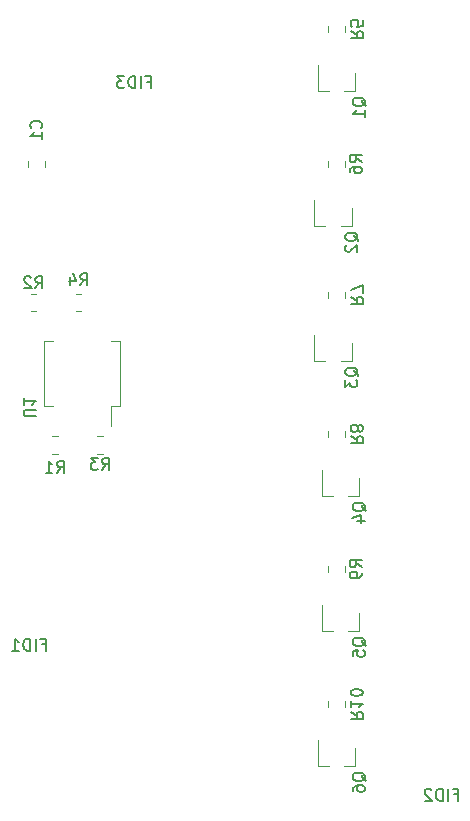
<source format=gbr>
%TF.GenerationSoftware,KiCad,Pcbnew,(5.1.10)-1*%
%TF.CreationDate,2021-08-17T16:01:40+03:00*%
%TF.ProjectId,Lamls_Type3,4c616d6c-735f-4547-9970-65332e6b6963,rev?*%
%TF.SameCoordinates,Original*%
%TF.FileFunction,Legend,Bot*%
%TF.FilePolarity,Positive*%
%FSLAX46Y46*%
G04 Gerber Fmt 4.6, Leading zero omitted, Abs format (unit mm)*
G04 Created by KiCad (PCBNEW (5.1.10)-1) date 2021-08-17 16:01:40*
%MOMM*%
%LPD*%
G01*
G04 APERTURE LIST*
%ADD10C,0.120000*%
%ADD11C,0.150000*%
G04 APERTURE END LIST*
D10*
%TO.C,U1*%
X154865000Y-95780000D02*
X154865000Y-97470000D01*
X155610000Y-95780000D02*
X154865000Y-95780000D01*
X155610000Y-93020000D02*
X155610000Y-95780000D01*
X155610000Y-90260000D02*
X154865000Y-90260000D01*
X155610000Y-93020000D02*
X155610000Y-90260000D01*
X149190000Y-95780000D02*
X149935000Y-95780000D01*
X149190000Y-93020000D02*
X149190000Y-95780000D01*
X149190000Y-90260000D02*
X149935000Y-90260000D01*
X149190000Y-93020000D02*
X149190000Y-90260000D01*
%TO.C,R10*%
X173255000Y-121234564D02*
X173255000Y-120780436D01*
X174725000Y-121234564D02*
X174725000Y-120780436D01*
%TO.C,R9*%
X173255000Y-109804564D02*
X173255000Y-109350436D01*
X174725000Y-109804564D02*
X174725000Y-109350436D01*
%TO.C,R8*%
X173255000Y-98374564D02*
X173255000Y-97920436D01*
X174725000Y-98374564D02*
X174725000Y-97920436D01*
%TO.C,R7*%
X173255000Y-86587064D02*
X173255000Y-86132936D01*
X174725000Y-86587064D02*
X174725000Y-86132936D01*
%TO.C,R6*%
X173255000Y-75514564D02*
X173255000Y-75060436D01*
X174725000Y-75514564D02*
X174725000Y-75060436D01*
%TO.C,R5*%
X173255000Y-64084564D02*
X173255000Y-63630436D01*
X174725000Y-64084564D02*
X174725000Y-63630436D01*
%TO.C,R4*%
X151895436Y-86260000D02*
X152349564Y-86260000D01*
X151895436Y-87730000D02*
X152349564Y-87730000D01*
%TO.C,R3*%
X153720436Y-98325000D02*
X154174564Y-98325000D01*
X153720436Y-99795000D02*
X154174564Y-99795000D01*
%TO.C,R2*%
X148539564Y-87730000D02*
X148085436Y-87730000D01*
X148539564Y-86260000D02*
X148085436Y-86260000D01*
%TO.C,R1*%
X150364564Y-99795000D02*
X149910436Y-99795000D01*
X150364564Y-98325000D02*
X149910436Y-98325000D01*
%TO.C,Q6*%
X175570000Y-126220000D02*
X175570000Y-124760000D01*
X172410000Y-126220000D02*
X172410000Y-124060000D01*
X172410000Y-126220000D02*
X173340000Y-126220000D01*
X175570000Y-126220000D02*
X174640000Y-126220000D01*
%TO.C,Q5*%
X175890000Y-114790000D02*
X175890000Y-113330000D01*
X172730000Y-114790000D02*
X172730000Y-112630000D01*
X172730000Y-114790000D02*
X173660000Y-114790000D01*
X175890000Y-114790000D02*
X174960000Y-114790000D01*
%TO.C,Q4*%
X175890000Y-103360000D02*
X175890000Y-101900000D01*
X172730000Y-103360000D02*
X172730000Y-101200000D01*
X172730000Y-103360000D02*
X173660000Y-103360000D01*
X175890000Y-103360000D02*
X174960000Y-103360000D01*
%TO.C,Q3*%
X175250000Y-91930000D02*
X175250000Y-90470000D01*
X172090000Y-91930000D02*
X172090000Y-89770000D01*
X172090000Y-91930000D02*
X173020000Y-91930000D01*
X175250000Y-91930000D02*
X174320000Y-91930000D01*
%TO.C,Q2*%
X175250000Y-80500000D02*
X175250000Y-79040000D01*
X172090000Y-80500000D02*
X172090000Y-78340000D01*
X172090000Y-80500000D02*
X173020000Y-80500000D01*
X175250000Y-80500000D02*
X174320000Y-80500000D01*
%TO.C,Q1*%
X175570000Y-69070000D02*
X175570000Y-67610000D01*
X172410000Y-69070000D02*
X172410000Y-66910000D01*
X172410000Y-69070000D02*
X173340000Y-69070000D01*
X175570000Y-69070000D02*
X174640000Y-69070000D01*
%TO.C,C1*%
X149325000Y-75511252D02*
X149325000Y-74988748D01*
X147855000Y-75511252D02*
X147855000Y-74988748D01*
%TO.C,U1*%
D11*
X148502619Y-96646904D02*
X147693095Y-96646904D01*
X147597857Y-96599285D01*
X147550238Y-96551666D01*
X147502619Y-96456428D01*
X147502619Y-96265952D01*
X147550238Y-96170714D01*
X147597857Y-96123095D01*
X147693095Y-96075476D01*
X148502619Y-96075476D01*
X147502619Y-95075476D02*
X147502619Y-95646904D01*
X147502619Y-95361190D02*
X148502619Y-95361190D01*
X148359761Y-95456428D01*
X148264523Y-95551666D01*
X148216904Y-95646904D01*
%TO.C,R10*%
X175187619Y-121650357D02*
X175663809Y-121983690D01*
X175187619Y-122221785D02*
X176187619Y-122221785D01*
X176187619Y-121840833D01*
X176140000Y-121745595D01*
X176092380Y-121697976D01*
X175997142Y-121650357D01*
X175854285Y-121650357D01*
X175759047Y-121697976D01*
X175711428Y-121745595D01*
X175663809Y-121840833D01*
X175663809Y-122221785D01*
X175187619Y-120697976D02*
X175187619Y-121269404D01*
X175187619Y-120983690D02*
X176187619Y-120983690D01*
X176044761Y-121078928D01*
X175949523Y-121174166D01*
X175901904Y-121269404D01*
X176187619Y-120078928D02*
X176187619Y-119983690D01*
X176140000Y-119888452D01*
X176092380Y-119840833D01*
X175997142Y-119793214D01*
X175806666Y-119745595D01*
X175568571Y-119745595D01*
X175378095Y-119793214D01*
X175282857Y-119840833D01*
X175235238Y-119888452D01*
X175187619Y-119983690D01*
X175187619Y-120078928D01*
X175235238Y-120174166D01*
X175282857Y-120221785D01*
X175378095Y-120269404D01*
X175568571Y-120317023D01*
X175806666Y-120317023D01*
X175997142Y-120269404D01*
X176092380Y-120221785D01*
X176140000Y-120174166D01*
X176187619Y-120078928D01*
%TO.C,R9*%
X176092380Y-109410833D02*
X175616190Y-109077500D01*
X176092380Y-108839404D02*
X175092380Y-108839404D01*
X175092380Y-109220357D01*
X175140000Y-109315595D01*
X175187619Y-109363214D01*
X175282857Y-109410833D01*
X175425714Y-109410833D01*
X175520952Y-109363214D01*
X175568571Y-109315595D01*
X175616190Y-109220357D01*
X175616190Y-108839404D01*
X176092380Y-109887023D02*
X176092380Y-110077500D01*
X176044761Y-110172738D01*
X175997142Y-110220357D01*
X175854285Y-110315595D01*
X175663809Y-110363214D01*
X175282857Y-110363214D01*
X175187619Y-110315595D01*
X175140000Y-110267976D01*
X175092380Y-110172738D01*
X175092380Y-109982261D01*
X175140000Y-109887023D01*
X175187619Y-109839404D01*
X175282857Y-109791785D01*
X175520952Y-109791785D01*
X175616190Y-109839404D01*
X175663809Y-109887023D01*
X175711428Y-109982261D01*
X175711428Y-110172738D01*
X175663809Y-110267976D01*
X175616190Y-110315595D01*
X175520952Y-110363214D01*
%TO.C,R8*%
X175187619Y-98314166D02*
X175663809Y-98647500D01*
X175187619Y-98885595D02*
X176187619Y-98885595D01*
X176187619Y-98504642D01*
X176140000Y-98409404D01*
X176092380Y-98361785D01*
X175997142Y-98314166D01*
X175854285Y-98314166D01*
X175759047Y-98361785D01*
X175711428Y-98409404D01*
X175663809Y-98504642D01*
X175663809Y-98885595D01*
X175759047Y-97742738D02*
X175806666Y-97837976D01*
X175854285Y-97885595D01*
X175949523Y-97933214D01*
X175997142Y-97933214D01*
X176092380Y-97885595D01*
X176140000Y-97837976D01*
X176187619Y-97742738D01*
X176187619Y-97552261D01*
X176140000Y-97457023D01*
X176092380Y-97409404D01*
X175997142Y-97361785D01*
X175949523Y-97361785D01*
X175854285Y-97409404D01*
X175806666Y-97457023D01*
X175759047Y-97552261D01*
X175759047Y-97742738D01*
X175711428Y-97837976D01*
X175663809Y-97885595D01*
X175568571Y-97933214D01*
X175378095Y-97933214D01*
X175282857Y-97885595D01*
X175235238Y-97837976D01*
X175187619Y-97742738D01*
X175187619Y-97552261D01*
X175235238Y-97457023D01*
X175282857Y-97409404D01*
X175378095Y-97361785D01*
X175568571Y-97361785D01*
X175663809Y-97409404D01*
X175711428Y-97457023D01*
X175759047Y-97552261D01*
%TO.C,R7*%
X175187619Y-86526666D02*
X175663809Y-86860000D01*
X175187619Y-87098095D02*
X176187619Y-87098095D01*
X176187619Y-86717142D01*
X176140000Y-86621904D01*
X176092380Y-86574285D01*
X175997142Y-86526666D01*
X175854285Y-86526666D01*
X175759047Y-86574285D01*
X175711428Y-86621904D01*
X175663809Y-86717142D01*
X175663809Y-87098095D01*
X176187619Y-86193333D02*
X176187619Y-85526666D01*
X175187619Y-85955238D01*
%TO.C,R6*%
X176092380Y-75120833D02*
X175616190Y-74787500D01*
X176092380Y-74549404D02*
X175092380Y-74549404D01*
X175092380Y-74930357D01*
X175140000Y-75025595D01*
X175187619Y-75073214D01*
X175282857Y-75120833D01*
X175425714Y-75120833D01*
X175520952Y-75073214D01*
X175568571Y-75025595D01*
X175616190Y-74930357D01*
X175616190Y-74549404D01*
X175092380Y-75977976D02*
X175092380Y-75787500D01*
X175140000Y-75692261D01*
X175187619Y-75644642D01*
X175330476Y-75549404D01*
X175520952Y-75501785D01*
X175901904Y-75501785D01*
X175997142Y-75549404D01*
X176044761Y-75597023D01*
X176092380Y-75692261D01*
X176092380Y-75882738D01*
X176044761Y-75977976D01*
X175997142Y-76025595D01*
X175901904Y-76073214D01*
X175663809Y-76073214D01*
X175568571Y-76025595D01*
X175520952Y-75977976D01*
X175473333Y-75882738D01*
X175473333Y-75692261D01*
X175520952Y-75597023D01*
X175568571Y-75549404D01*
X175663809Y-75501785D01*
%TO.C,R5*%
X175187619Y-64024166D02*
X175663809Y-64357500D01*
X175187619Y-64595595D02*
X176187619Y-64595595D01*
X176187619Y-64214642D01*
X176140000Y-64119404D01*
X176092380Y-64071785D01*
X175997142Y-64024166D01*
X175854285Y-64024166D01*
X175759047Y-64071785D01*
X175711428Y-64119404D01*
X175663809Y-64214642D01*
X175663809Y-64595595D01*
X176187619Y-63119404D02*
X176187619Y-63595595D01*
X175711428Y-63643214D01*
X175759047Y-63595595D01*
X175806666Y-63500357D01*
X175806666Y-63262261D01*
X175759047Y-63167023D01*
X175711428Y-63119404D01*
X175616190Y-63071785D01*
X175378095Y-63071785D01*
X175282857Y-63119404D01*
X175235238Y-63167023D01*
X175187619Y-63262261D01*
X175187619Y-63500357D01*
X175235238Y-63595595D01*
X175282857Y-63643214D01*
%TO.C,R4*%
X152289166Y-85542380D02*
X152622500Y-85066190D01*
X152860595Y-85542380D02*
X152860595Y-84542380D01*
X152479642Y-84542380D01*
X152384404Y-84590000D01*
X152336785Y-84637619D01*
X152289166Y-84732857D01*
X152289166Y-84875714D01*
X152336785Y-84970952D01*
X152384404Y-85018571D01*
X152479642Y-85066190D01*
X152860595Y-85066190D01*
X151432023Y-84875714D02*
X151432023Y-85542380D01*
X151670119Y-84494761D02*
X151908214Y-85209047D01*
X151289166Y-85209047D01*
%TO.C,R3*%
X154114166Y-101162380D02*
X154447500Y-100686190D01*
X154685595Y-101162380D02*
X154685595Y-100162380D01*
X154304642Y-100162380D01*
X154209404Y-100210000D01*
X154161785Y-100257619D01*
X154114166Y-100352857D01*
X154114166Y-100495714D01*
X154161785Y-100590952D01*
X154209404Y-100638571D01*
X154304642Y-100686190D01*
X154685595Y-100686190D01*
X153780833Y-100162380D02*
X153161785Y-100162380D01*
X153495119Y-100543333D01*
X153352261Y-100543333D01*
X153257023Y-100590952D01*
X153209404Y-100638571D01*
X153161785Y-100733809D01*
X153161785Y-100971904D01*
X153209404Y-101067142D01*
X153257023Y-101114761D01*
X153352261Y-101162380D01*
X153637976Y-101162380D01*
X153733214Y-101114761D01*
X153780833Y-101067142D01*
%TO.C,R2*%
X148479166Y-85797380D02*
X148812500Y-85321190D01*
X149050595Y-85797380D02*
X149050595Y-84797380D01*
X148669642Y-84797380D01*
X148574404Y-84845000D01*
X148526785Y-84892619D01*
X148479166Y-84987857D01*
X148479166Y-85130714D01*
X148526785Y-85225952D01*
X148574404Y-85273571D01*
X148669642Y-85321190D01*
X149050595Y-85321190D01*
X148098214Y-84892619D02*
X148050595Y-84845000D01*
X147955357Y-84797380D01*
X147717261Y-84797380D01*
X147622023Y-84845000D01*
X147574404Y-84892619D01*
X147526785Y-84987857D01*
X147526785Y-85083095D01*
X147574404Y-85225952D01*
X148145833Y-85797380D01*
X147526785Y-85797380D01*
%TO.C,R1*%
X150304166Y-101417380D02*
X150637500Y-100941190D01*
X150875595Y-101417380D02*
X150875595Y-100417380D01*
X150494642Y-100417380D01*
X150399404Y-100465000D01*
X150351785Y-100512619D01*
X150304166Y-100607857D01*
X150304166Y-100750714D01*
X150351785Y-100845952D01*
X150399404Y-100893571D01*
X150494642Y-100941190D01*
X150875595Y-100941190D01*
X149351785Y-101417380D02*
X149923214Y-101417380D01*
X149637500Y-101417380D02*
X149637500Y-100417380D01*
X149732738Y-100560238D01*
X149827976Y-100655476D01*
X149923214Y-100703095D01*
%TO.C,Q6*%
X176442619Y-127539761D02*
X176395000Y-127444523D01*
X176299761Y-127349285D01*
X176156904Y-127206428D01*
X176109285Y-127111190D01*
X176109285Y-127015952D01*
X176347380Y-127063571D02*
X176299761Y-126968333D01*
X176204523Y-126873095D01*
X176014047Y-126825476D01*
X175680714Y-126825476D01*
X175490238Y-126873095D01*
X175395000Y-126968333D01*
X175347380Y-127063571D01*
X175347380Y-127254047D01*
X175395000Y-127349285D01*
X175490238Y-127444523D01*
X175680714Y-127492142D01*
X176014047Y-127492142D01*
X176204523Y-127444523D01*
X176299761Y-127349285D01*
X176347380Y-127254047D01*
X176347380Y-127063571D01*
X175347380Y-128349285D02*
X175347380Y-128158809D01*
X175395000Y-128063571D01*
X175442619Y-128015952D01*
X175585476Y-127920714D01*
X175775952Y-127873095D01*
X176156904Y-127873095D01*
X176252142Y-127920714D01*
X176299761Y-127968333D01*
X176347380Y-128063571D01*
X176347380Y-128254047D01*
X176299761Y-128349285D01*
X176252142Y-128396904D01*
X176156904Y-128444523D01*
X175918809Y-128444523D01*
X175823571Y-128396904D01*
X175775952Y-128349285D01*
X175728333Y-128254047D01*
X175728333Y-128063571D01*
X175775952Y-127968333D01*
X175823571Y-127920714D01*
X175918809Y-127873095D01*
%TO.C,Q5*%
X176442619Y-116109761D02*
X176395000Y-116014523D01*
X176299761Y-115919285D01*
X176156904Y-115776428D01*
X176109285Y-115681190D01*
X176109285Y-115585952D01*
X176347380Y-115633571D02*
X176299761Y-115538333D01*
X176204523Y-115443095D01*
X176014047Y-115395476D01*
X175680714Y-115395476D01*
X175490238Y-115443095D01*
X175395000Y-115538333D01*
X175347380Y-115633571D01*
X175347380Y-115824047D01*
X175395000Y-115919285D01*
X175490238Y-116014523D01*
X175680714Y-116062142D01*
X176014047Y-116062142D01*
X176204523Y-116014523D01*
X176299761Y-115919285D01*
X176347380Y-115824047D01*
X176347380Y-115633571D01*
X175347380Y-116966904D02*
X175347380Y-116490714D01*
X175823571Y-116443095D01*
X175775952Y-116490714D01*
X175728333Y-116585952D01*
X175728333Y-116824047D01*
X175775952Y-116919285D01*
X175823571Y-116966904D01*
X175918809Y-117014523D01*
X176156904Y-117014523D01*
X176252142Y-116966904D01*
X176299761Y-116919285D01*
X176347380Y-116824047D01*
X176347380Y-116585952D01*
X176299761Y-116490714D01*
X176252142Y-116443095D01*
%TO.C,Q4*%
X176442619Y-104679761D02*
X176395000Y-104584523D01*
X176299761Y-104489285D01*
X176156904Y-104346428D01*
X176109285Y-104251190D01*
X176109285Y-104155952D01*
X176347380Y-104203571D02*
X176299761Y-104108333D01*
X176204523Y-104013095D01*
X176014047Y-103965476D01*
X175680714Y-103965476D01*
X175490238Y-104013095D01*
X175395000Y-104108333D01*
X175347380Y-104203571D01*
X175347380Y-104394047D01*
X175395000Y-104489285D01*
X175490238Y-104584523D01*
X175680714Y-104632142D01*
X176014047Y-104632142D01*
X176204523Y-104584523D01*
X176299761Y-104489285D01*
X176347380Y-104394047D01*
X176347380Y-104203571D01*
X175680714Y-105489285D02*
X176347380Y-105489285D01*
X175299761Y-105251190D02*
X176014047Y-105013095D01*
X176014047Y-105632142D01*
%TO.C,Q3*%
X175807619Y-93249761D02*
X175760000Y-93154523D01*
X175664761Y-93059285D01*
X175521904Y-92916428D01*
X175474285Y-92821190D01*
X175474285Y-92725952D01*
X175712380Y-92773571D02*
X175664761Y-92678333D01*
X175569523Y-92583095D01*
X175379047Y-92535476D01*
X175045714Y-92535476D01*
X174855238Y-92583095D01*
X174760000Y-92678333D01*
X174712380Y-92773571D01*
X174712380Y-92964047D01*
X174760000Y-93059285D01*
X174855238Y-93154523D01*
X175045714Y-93202142D01*
X175379047Y-93202142D01*
X175569523Y-93154523D01*
X175664761Y-93059285D01*
X175712380Y-92964047D01*
X175712380Y-92773571D01*
X174712380Y-93535476D02*
X174712380Y-94154523D01*
X175093333Y-93821190D01*
X175093333Y-93964047D01*
X175140952Y-94059285D01*
X175188571Y-94106904D01*
X175283809Y-94154523D01*
X175521904Y-94154523D01*
X175617142Y-94106904D01*
X175664761Y-94059285D01*
X175712380Y-93964047D01*
X175712380Y-93678333D01*
X175664761Y-93583095D01*
X175617142Y-93535476D01*
%TO.C,Q2*%
X175807619Y-81819761D02*
X175760000Y-81724523D01*
X175664761Y-81629285D01*
X175521904Y-81486428D01*
X175474285Y-81391190D01*
X175474285Y-81295952D01*
X175712380Y-81343571D02*
X175664761Y-81248333D01*
X175569523Y-81153095D01*
X175379047Y-81105476D01*
X175045714Y-81105476D01*
X174855238Y-81153095D01*
X174760000Y-81248333D01*
X174712380Y-81343571D01*
X174712380Y-81534047D01*
X174760000Y-81629285D01*
X174855238Y-81724523D01*
X175045714Y-81772142D01*
X175379047Y-81772142D01*
X175569523Y-81724523D01*
X175664761Y-81629285D01*
X175712380Y-81534047D01*
X175712380Y-81343571D01*
X174807619Y-82153095D02*
X174760000Y-82200714D01*
X174712380Y-82295952D01*
X174712380Y-82534047D01*
X174760000Y-82629285D01*
X174807619Y-82676904D01*
X174902857Y-82724523D01*
X174998095Y-82724523D01*
X175140952Y-82676904D01*
X175712380Y-82105476D01*
X175712380Y-82724523D01*
%TO.C,Q1*%
X176442619Y-70389761D02*
X176395000Y-70294523D01*
X176299761Y-70199285D01*
X176156904Y-70056428D01*
X176109285Y-69961190D01*
X176109285Y-69865952D01*
X176347380Y-69913571D02*
X176299761Y-69818333D01*
X176204523Y-69723095D01*
X176014047Y-69675476D01*
X175680714Y-69675476D01*
X175490238Y-69723095D01*
X175395000Y-69818333D01*
X175347380Y-69913571D01*
X175347380Y-70104047D01*
X175395000Y-70199285D01*
X175490238Y-70294523D01*
X175680714Y-70342142D01*
X176014047Y-70342142D01*
X176204523Y-70294523D01*
X176299761Y-70199285D01*
X176347380Y-70104047D01*
X176347380Y-69913571D01*
X176347380Y-71294523D02*
X176347380Y-70723095D01*
X176347380Y-71008809D02*
X175347380Y-71008809D01*
X175490238Y-70913571D01*
X175585476Y-70818333D01*
X175633095Y-70723095D01*
%TO.C,C1*%
X148947142Y-72223333D02*
X148994761Y-72175714D01*
X149042380Y-72032857D01*
X149042380Y-71937619D01*
X148994761Y-71794761D01*
X148899523Y-71699523D01*
X148804285Y-71651904D01*
X148613809Y-71604285D01*
X148470952Y-71604285D01*
X148280476Y-71651904D01*
X148185238Y-71699523D01*
X148090000Y-71794761D01*
X148042380Y-71937619D01*
X148042380Y-72032857D01*
X148090000Y-72175714D01*
X148137619Y-72223333D01*
X149042380Y-73175714D02*
X149042380Y-72604285D01*
X149042380Y-72890000D02*
X148042380Y-72890000D01*
X148185238Y-72794761D01*
X148280476Y-72699523D01*
X148328095Y-72604285D01*
%TO.C,FID1*%
X149026428Y-115943071D02*
X149359761Y-115943071D01*
X149359761Y-116466880D02*
X149359761Y-115466880D01*
X148883571Y-115466880D01*
X148502619Y-116466880D02*
X148502619Y-115466880D01*
X148026428Y-116466880D02*
X148026428Y-115466880D01*
X147788333Y-115466880D01*
X147645476Y-115514500D01*
X147550238Y-115609738D01*
X147502619Y-115704976D01*
X147455000Y-115895452D01*
X147455000Y-116038309D01*
X147502619Y-116228785D01*
X147550238Y-116324023D01*
X147645476Y-116419261D01*
X147788333Y-116466880D01*
X148026428Y-116466880D01*
X146502619Y-116466880D02*
X147074047Y-116466880D01*
X146788333Y-116466880D02*
X146788333Y-115466880D01*
X146883571Y-115609738D01*
X146978809Y-115704976D01*
X147074047Y-115752595D01*
%TO.C,FID2*%
X183951428Y-128643071D02*
X184284761Y-128643071D01*
X184284761Y-129166880D02*
X184284761Y-128166880D01*
X183808571Y-128166880D01*
X183427619Y-129166880D02*
X183427619Y-128166880D01*
X182951428Y-129166880D02*
X182951428Y-128166880D01*
X182713333Y-128166880D01*
X182570476Y-128214500D01*
X182475238Y-128309738D01*
X182427619Y-128404976D01*
X182380000Y-128595452D01*
X182380000Y-128738309D01*
X182427619Y-128928785D01*
X182475238Y-129024023D01*
X182570476Y-129119261D01*
X182713333Y-129166880D01*
X182951428Y-129166880D01*
X181999047Y-128262119D02*
X181951428Y-128214500D01*
X181856190Y-128166880D01*
X181618095Y-128166880D01*
X181522857Y-128214500D01*
X181475238Y-128262119D01*
X181427619Y-128357357D01*
X181427619Y-128452595D01*
X181475238Y-128595452D01*
X182046666Y-129166880D01*
X181427619Y-129166880D01*
%TO.C,FID3*%
X157916428Y-68318071D02*
X158249761Y-68318071D01*
X158249761Y-68841880D02*
X158249761Y-67841880D01*
X157773571Y-67841880D01*
X157392619Y-68841880D02*
X157392619Y-67841880D01*
X156916428Y-68841880D02*
X156916428Y-67841880D01*
X156678333Y-67841880D01*
X156535476Y-67889500D01*
X156440238Y-67984738D01*
X156392619Y-68079976D01*
X156345000Y-68270452D01*
X156345000Y-68413309D01*
X156392619Y-68603785D01*
X156440238Y-68699023D01*
X156535476Y-68794261D01*
X156678333Y-68841880D01*
X156916428Y-68841880D01*
X156011666Y-67841880D02*
X155392619Y-67841880D01*
X155725952Y-68222833D01*
X155583095Y-68222833D01*
X155487857Y-68270452D01*
X155440238Y-68318071D01*
X155392619Y-68413309D01*
X155392619Y-68651404D01*
X155440238Y-68746642D01*
X155487857Y-68794261D01*
X155583095Y-68841880D01*
X155868809Y-68841880D01*
X155964047Y-68794261D01*
X156011666Y-68746642D01*
%TD*%
M02*

</source>
